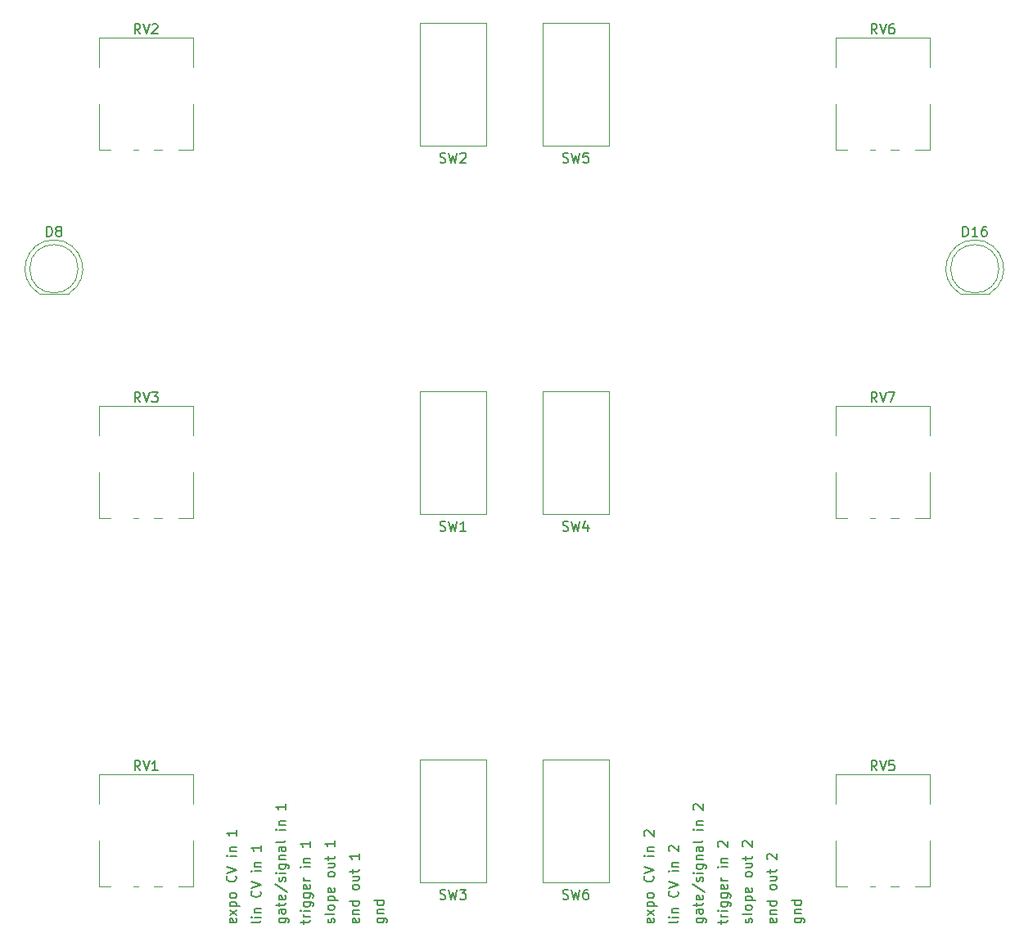
<source format=gbr>
G04 #@! TF.GenerationSoftware,KiCad,Pcbnew,5.1.6-c6e7f7d~86~ubuntu18.04.1*
G04 #@! TF.CreationDate,2020-06-20T10:00:21-04:00*
G04 #@! TF.ProjectId,slope_generators,736c6f70-655f-4676-956e-657261746f72,rev?*
G04 #@! TF.SameCoordinates,Original*
G04 #@! TF.FileFunction,Legend,Top*
G04 #@! TF.FilePolarity,Positive*
%FSLAX46Y46*%
G04 Gerber Fmt 4.6, Leading zero omitted, Abs format (unit mm)*
G04 Created by KiCad (PCBNEW 5.1.6-c6e7f7d~86~ubuntu18.04.1) date 2020-06-20 10:00:21*
%MOMM*%
%LPD*%
G01*
G04 APERTURE LIST*
%ADD10C,0.150000*%
%ADD11C,0.120000*%
G04 APERTURE END LIST*
D10*
X180125714Y-144650833D02*
X180935238Y-144650833D01*
X181030476Y-144698452D01*
X181078095Y-144746071D01*
X181125714Y-144841309D01*
X181125714Y-144984166D01*
X181078095Y-145079404D01*
X180744761Y-144650833D02*
X180792380Y-144746071D01*
X180792380Y-144936547D01*
X180744761Y-145031785D01*
X180697142Y-145079404D01*
X180601904Y-145127023D01*
X180316190Y-145127023D01*
X180220952Y-145079404D01*
X180173333Y-145031785D01*
X180125714Y-144936547D01*
X180125714Y-144746071D01*
X180173333Y-144650833D01*
X180125714Y-144174642D02*
X180792380Y-144174642D01*
X180220952Y-144174642D02*
X180173333Y-144127023D01*
X180125714Y-144031785D01*
X180125714Y-143888928D01*
X180173333Y-143793690D01*
X180268571Y-143746071D01*
X180792380Y-143746071D01*
X180792380Y-142841309D02*
X179792380Y-142841309D01*
X180744761Y-142841309D02*
X180792380Y-142936547D01*
X180792380Y-143127023D01*
X180744761Y-143222261D01*
X180697142Y-143269880D01*
X180601904Y-143317500D01*
X180316190Y-143317500D01*
X180220952Y-143269880D01*
X180173333Y-143222261D01*
X180125714Y-143127023D01*
X180125714Y-142936547D01*
X180173333Y-142841309D01*
X178204761Y-144698452D02*
X178252380Y-144793690D01*
X178252380Y-144984166D01*
X178204761Y-145079404D01*
X178109523Y-145127023D01*
X177728571Y-145127023D01*
X177633333Y-145079404D01*
X177585714Y-144984166D01*
X177585714Y-144793690D01*
X177633333Y-144698452D01*
X177728571Y-144650833D01*
X177823809Y-144650833D01*
X177919047Y-145127023D01*
X177585714Y-144222261D02*
X178252380Y-144222261D01*
X177680952Y-144222261D02*
X177633333Y-144174642D01*
X177585714Y-144079404D01*
X177585714Y-143936547D01*
X177633333Y-143841309D01*
X177728571Y-143793690D01*
X178252380Y-143793690D01*
X178252380Y-142888928D02*
X177252380Y-142888928D01*
X178204761Y-142888928D02*
X178252380Y-142984166D01*
X178252380Y-143174642D01*
X178204761Y-143269880D01*
X178157142Y-143317500D01*
X178061904Y-143365119D01*
X177776190Y-143365119D01*
X177680952Y-143317500D01*
X177633333Y-143269880D01*
X177585714Y-143174642D01*
X177585714Y-142984166D01*
X177633333Y-142888928D01*
X178252380Y-141507976D02*
X178204761Y-141603214D01*
X178157142Y-141650833D01*
X178061904Y-141698452D01*
X177776190Y-141698452D01*
X177680952Y-141650833D01*
X177633333Y-141603214D01*
X177585714Y-141507976D01*
X177585714Y-141365119D01*
X177633333Y-141269880D01*
X177680952Y-141222261D01*
X177776190Y-141174642D01*
X178061904Y-141174642D01*
X178157142Y-141222261D01*
X178204761Y-141269880D01*
X178252380Y-141365119D01*
X178252380Y-141507976D01*
X177585714Y-140317500D02*
X178252380Y-140317500D01*
X177585714Y-140746071D02*
X178109523Y-140746071D01*
X178204761Y-140698452D01*
X178252380Y-140603214D01*
X178252380Y-140460357D01*
X178204761Y-140365119D01*
X178157142Y-140317500D01*
X177585714Y-139984166D02*
X177585714Y-139603214D01*
X177252380Y-139841309D02*
X178109523Y-139841309D01*
X178204761Y-139793690D01*
X178252380Y-139698452D01*
X178252380Y-139603214D01*
X177347619Y-138555595D02*
X177300000Y-138507976D01*
X177252380Y-138412738D01*
X177252380Y-138174642D01*
X177300000Y-138079404D01*
X177347619Y-138031785D01*
X177442857Y-137984166D01*
X177538095Y-137984166D01*
X177680952Y-138031785D01*
X178252380Y-138603214D01*
X178252380Y-137984166D01*
X175664761Y-145127023D02*
X175712380Y-145031785D01*
X175712380Y-144841309D01*
X175664761Y-144746071D01*
X175569523Y-144698452D01*
X175521904Y-144698452D01*
X175426666Y-144746071D01*
X175379047Y-144841309D01*
X175379047Y-144984166D01*
X175331428Y-145079404D01*
X175236190Y-145127023D01*
X175188571Y-145127023D01*
X175093333Y-145079404D01*
X175045714Y-144984166D01*
X175045714Y-144841309D01*
X175093333Y-144746071D01*
X175712380Y-144127023D02*
X175664761Y-144222261D01*
X175569523Y-144269880D01*
X174712380Y-144269880D01*
X175712380Y-143603214D02*
X175664761Y-143698452D01*
X175617142Y-143746071D01*
X175521904Y-143793690D01*
X175236190Y-143793690D01*
X175140952Y-143746071D01*
X175093333Y-143698452D01*
X175045714Y-143603214D01*
X175045714Y-143460357D01*
X175093333Y-143365119D01*
X175140952Y-143317500D01*
X175236190Y-143269880D01*
X175521904Y-143269880D01*
X175617142Y-143317500D01*
X175664761Y-143365119D01*
X175712380Y-143460357D01*
X175712380Y-143603214D01*
X175045714Y-142841309D02*
X176045714Y-142841309D01*
X175093333Y-142841309D02*
X175045714Y-142746071D01*
X175045714Y-142555595D01*
X175093333Y-142460357D01*
X175140952Y-142412738D01*
X175236190Y-142365119D01*
X175521904Y-142365119D01*
X175617142Y-142412738D01*
X175664761Y-142460357D01*
X175712380Y-142555595D01*
X175712380Y-142746071D01*
X175664761Y-142841309D01*
X175664761Y-141555595D02*
X175712380Y-141650833D01*
X175712380Y-141841309D01*
X175664761Y-141936547D01*
X175569523Y-141984166D01*
X175188571Y-141984166D01*
X175093333Y-141936547D01*
X175045714Y-141841309D01*
X175045714Y-141650833D01*
X175093333Y-141555595D01*
X175188571Y-141507976D01*
X175283809Y-141507976D01*
X175379047Y-141984166D01*
X175712380Y-140174642D02*
X175664761Y-140269880D01*
X175617142Y-140317500D01*
X175521904Y-140365119D01*
X175236190Y-140365119D01*
X175140952Y-140317500D01*
X175093333Y-140269880D01*
X175045714Y-140174642D01*
X175045714Y-140031785D01*
X175093333Y-139936547D01*
X175140952Y-139888928D01*
X175236190Y-139841309D01*
X175521904Y-139841309D01*
X175617142Y-139888928D01*
X175664761Y-139936547D01*
X175712380Y-140031785D01*
X175712380Y-140174642D01*
X175045714Y-138984166D02*
X175712380Y-138984166D01*
X175045714Y-139412738D02*
X175569523Y-139412738D01*
X175664761Y-139365119D01*
X175712380Y-139269880D01*
X175712380Y-139127023D01*
X175664761Y-139031785D01*
X175617142Y-138984166D01*
X175045714Y-138650833D02*
X175045714Y-138269880D01*
X174712380Y-138507976D02*
X175569523Y-138507976D01*
X175664761Y-138460357D01*
X175712380Y-138365119D01*
X175712380Y-138269880D01*
X174807619Y-137222261D02*
X174760000Y-137174642D01*
X174712380Y-137079404D01*
X174712380Y-136841309D01*
X174760000Y-136746071D01*
X174807619Y-136698452D01*
X174902857Y-136650833D01*
X174998095Y-136650833D01*
X175140952Y-136698452D01*
X175712380Y-137269880D01*
X175712380Y-136650833D01*
X172505714Y-145222261D02*
X172505714Y-144841309D01*
X172172380Y-145079404D02*
X173029523Y-145079404D01*
X173124761Y-145031785D01*
X173172380Y-144936547D01*
X173172380Y-144841309D01*
X173172380Y-144507976D02*
X172505714Y-144507976D01*
X172696190Y-144507976D02*
X172600952Y-144460357D01*
X172553333Y-144412738D01*
X172505714Y-144317500D01*
X172505714Y-144222261D01*
X173172380Y-143888928D02*
X172505714Y-143888928D01*
X172172380Y-143888928D02*
X172220000Y-143936547D01*
X172267619Y-143888928D01*
X172220000Y-143841309D01*
X172172380Y-143888928D01*
X172267619Y-143888928D01*
X172505714Y-142984166D02*
X173315238Y-142984166D01*
X173410476Y-143031785D01*
X173458095Y-143079404D01*
X173505714Y-143174642D01*
X173505714Y-143317500D01*
X173458095Y-143412738D01*
X173124761Y-142984166D02*
X173172380Y-143079404D01*
X173172380Y-143269880D01*
X173124761Y-143365119D01*
X173077142Y-143412738D01*
X172981904Y-143460357D01*
X172696190Y-143460357D01*
X172600952Y-143412738D01*
X172553333Y-143365119D01*
X172505714Y-143269880D01*
X172505714Y-143079404D01*
X172553333Y-142984166D01*
X172505714Y-142079404D02*
X173315238Y-142079404D01*
X173410476Y-142127023D01*
X173458095Y-142174642D01*
X173505714Y-142269880D01*
X173505714Y-142412738D01*
X173458095Y-142507976D01*
X173124761Y-142079404D02*
X173172380Y-142174642D01*
X173172380Y-142365119D01*
X173124761Y-142460357D01*
X173077142Y-142507976D01*
X172981904Y-142555595D01*
X172696190Y-142555595D01*
X172600952Y-142507976D01*
X172553333Y-142460357D01*
X172505714Y-142365119D01*
X172505714Y-142174642D01*
X172553333Y-142079404D01*
X173124761Y-141222261D02*
X173172380Y-141317500D01*
X173172380Y-141507976D01*
X173124761Y-141603214D01*
X173029523Y-141650833D01*
X172648571Y-141650833D01*
X172553333Y-141603214D01*
X172505714Y-141507976D01*
X172505714Y-141317500D01*
X172553333Y-141222261D01*
X172648571Y-141174642D01*
X172743809Y-141174642D01*
X172839047Y-141650833D01*
X173172380Y-140746071D02*
X172505714Y-140746071D01*
X172696190Y-140746071D02*
X172600952Y-140698452D01*
X172553333Y-140650833D01*
X172505714Y-140555595D01*
X172505714Y-140460357D01*
X173172380Y-139365119D02*
X172505714Y-139365119D01*
X172172380Y-139365119D02*
X172220000Y-139412738D01*
X172267619Y-139365119D01*
X172220000Y-139317500D01*
X172172380Y-139365119D01*
X172267619Y-139365119D01*
X172505714Y-138888928D02*
X173172380Y-138888928D01*
X172600952Y-138888928D02*
X172553333Y-138841309D01*
X172505714Y-138746071D01*
X172505714Y-138603214D01*
X172553333Y-138507976D01*
X172648571Y-138460357D01*
X173172380Y-138460357D01*
X172267619Y-137269880D02*
X172220000Y-137222261D01*
X172172380Y-137127023D01*
X172172380Y-136888928D01*
X172220000Y-136793690D01*
X172267619Y-136746071D01*
X172362857Y-136698452D01*
X172458095Y-136698452D01*
X172600952Y-136746071D01*
X173172380Y-137317500D01*
X173172380Y-136698452D01*
X169965714Y-144650833D02*
X170775238Y-144650833D01*
X170870476Y-144698452D01*
X170918095Y-144746071D01*
X170965714Y-144841309D01*
X170965714Y-144984166D01*
X170918095Y-145079404D01*
X170584761Y-144650833D02*
X170632380Y-144746071D01*
X170632380Y-144936547D01*
X170584761Y-145031785D01*
X170537142Y-145079404D01*
X170441904Y-145127023D01*
X170156190Y-145127023D01*
X170060952Y-145079404D01*
X170013333Y-145031785D01*
X169965714Y-144936547D01*
X169965714Y-144746071D01*
X170013333Y-144650833D01*
X170632380Y-143746071D02*
X170108571Y-143746071D01*
X170013333Y-143793690D01*
X169965714Y-143888928D01*
X169965714Y-144079404D01*
X170013333Y-144174642D01*
X170584761Y-143746071D02*
X170632380Y-143841309D01*
X170632380Y-144079404D01*
X170584761Y-144174642D01*
X170489523Y-144222261D01*
X170394285Y-144222261D01*
X170299047Y-144174642D01*
X170251428Y-144079404D01*
X170251428Y-143841309D01*
X170203809Y-143746071D01*
X169965714Y-143412738D02*
X169965714Y-143031785D01*
X169632380Y-143269880D02*
X170489523Y-143269880D01*
X170584761Y-143222261D01*
X170632380Y-143127023D01*
X170632380Y-143031785D01*
X170584761Y-142317500D02*
X170632380Y-142412738D01*
X170632380Y-142603214D01*
X170584761Y-142698452D01*
X170489523Y-142746071D01*
X170108571Y-142746071D01*
X170013333Y-142698452D01*
X169965714Y-142603214D01*
X169965714Y-142412738D01*
X170013333Y-142317500D01*
X170108571Y-142269880D01*
X170203809Y-142269880D01*
X170299047Y-142746071D01*
X169584761Y-141127023D02*
X170870476Y-141984166D01*
X170584761Y-140841309D02*
X170632380Y-140746071D01*
X170632380Y-140555595D01*
X170584761Y-140460357D01*
X170489523Y-140412738D01*
X170441904Y-140412738D01*
X170346666Y-140460357D01*
X170299047Y-140555595D01*
X170299047Y-140698452D01*
X170251428Y-140793690D01*
X170156190Y-140841309D01*
X170108571Y-140841309D01*
X170013333Y-140793690D01*
X169965714Y-140698452D01*
X169965714Y-140555595D01*
X170013333Y-140460357D01*
X170632380Y-139984166D02*
X169965714Y-139984166D01*
X169632380Y-139984166D02*
X169680000Y-140031785D01*
X169727619Y-139984166D01*
X169680000Y-139936547D01*
X169632380Y-139984166D01*
X169727619Y-139984166D01*
X169965714Y-139079404D02*
X170775238Y-139079404D01*
X170870476Y-139127023D01*
X170918095Y-139174642D01*
X170965714Y-139269880D01*
X170965714Y-139412738D01*
X170918095Y-139507976D01*
X170584761Y-139079404D02*
X170632380Y-139174642D01*
X170632380Y-139365119D01*
X170584761Y-139460357D01*
X170537142Y-139507976D01*
X170441904Y-139555595D01*
X170156190Y-139555595D01*
X170060952Y-139507976D01*
X170013333Y-139460357D01*
X169965714Y-139365119D01*
X169965714Y-139174642D01*
X170013333Y-139079404D01*
X169965714Y-138603214D02*
X170632380Y-138603214D01*
X170060952Y-138603214D02*
X170013333Y-138555595D01*
X169965714Y-138460357D01*
X169965714Y-138317500D01*
X170013333Y-138222261D01*
X170108571Y-138174642D01*
X170632380Y-138174642D01*
X170632380Y-137269880D02*
X170108571Y-137269880D01*
X170013333Y-137317500D01*
X169965714Y-137412738D01*
X169965714Y-137603214D01*
X170013333Y-137698452D01*
X170584761Y-137269880D02*
X170632380Y-137365119D01*
X170632380Y-137603214D01*
X170584761Y-137698452D01*
X170489523Y-137746071D01*
X170394285Y-137746071D01*
X170299047Y-137698452D01*
X170251428Y-137603214D01*
X170251428Y-137365119D01*
X170203809Y-137269880D01*
X170632380Y-136650833D02*
X170584761Y-136746071D01*
X170489523Y-136793690D01*
X169632380Y-136793690D01*
X170632380Y-135507976D02*
X169965714Y-135507976D01*
X169632380Y-135507976D02*
X169680000Y-135555595D01*
X169727619Y-135507976D01*
X169680000Y-135460357D01*
X169632380Y-135507976D01*
X169727619Y-135507976D01*
X169965714Y-135031785D02*
X170632380Y-135031785D01*
X170060952Y-135031785D02*
X170013333Y-134984166D01*
X169965714Y-134888928D01*
X169965714Y-134746071D01*
X170013333Y-134650833D01*
X170108571Y-134603214D01*
X170632380Y-134603214D01*
X169727619Y-133412738D02*
X169680000Y-133365119D01*
X169632380Y-133269880D01*
X169632380Y-133031785D01*
X169680000Y-132936547D01*
X169727619Y-132888928D01*
X169822857Y-132841309D01*
X169918095Y-132841309D01*
X170060952Y-132888928D01*
X170632380Y-133460357D01*
X170632380Y-132841309D01*
X168092380Y-144936547D02*
X168044761Y-145031785D01*
X167949523Y-145079404D01*
X167092380Y-145079404D01*
X168092380Y-144555595D02*
X167425714Y-144555595D01*
X167092380Y-144555595D02*
X167140000Y-144603214D01*
X167187619Y-144555595D01*
X167140000Y-144507976D01*
X167092380Y-144555595D01*
X167187619Y-144555595D01*
X167425714Y-144079404D02*
X168092380Y-144079404D01*
X167520952Y-144079404D02*
X167473333Y-144031785D01*
X167425714Y-143936547D01*
X167425714Y-143793690D01*
X167473333Y-143698452D01*
X167568571Y-143650833D01*
X168092380Y-143650833D01*
X167997142Y-141841309D02*
X168044761Y-141888928D01*
X168092380Y-142031785D01*
X168092380Y-142127023D01*
X168044761Y-142269880D01*
X167949523Y-142365119D01*
X167854285Y-142412738D01*
X167663809Y-142460357D01*
X167520952Y-142460357D01*
X167330476Y-142412738D01*
X167235238Y-142365119D01*
X167140000Y-142269880D01*
X167092380Y-142127023D01*
X167092380Y-142031785D01*
X167140000Y-141888928D01*
X167187619Y-141841309D01*
X167092380Y-141555595D02*
X168092380Y-141222261D01*
X167092380Y-140888928D01*
X168092380Y-139793690D02*
X167425714Y-139793690D01*
X167092380Y-139793690D02*
X167140000Y-139841309D01*
X167187619Y-139793690D01*
X167140000Y-139746071D01*
X167092380Y-139793690D01*
X167187619Y-139793690D01*
X167425714Y-139317500D02*
X168092380Y-139317500D01*
X167520952Y-139317500D02*
X167473333Y-139269880D01*
X167425714Y-139174642D01*
X167425714Y-139031785D01*
X167473333Y-138936547D01*
X167568571Y-138888928D01*
X168092380Y-138888928D01*
X167187619Y-137698452D02*
X167140000Y-137650833D01*
X167092380Y-137555595D01*
X167092380Y-137317500D01*
X167140000Y-137222261D01*
X167187619Y-137174642D01*
X167282857Y-137127023D01*
X167378095Y-137127023D01*
X167520952Y-137174642D01*
X168092380Y-137746071D01*
X168092380Y-137127023D01*
X165504761Y-144698452D02*
X165552380Y-144793690D01*
X165552380Y-144984166D01*
X165504761Y-145079404D01*
X165409523Y-145127023D01*
X165028571Y-145127023D01*
X164933333Y-145079404D01*
X164885714Y-144984166D01*
X164885714Y-144793690D01*
X164933333Y-144698452D01*
X165028571Y-144650833D01*
X165123809Y-144650833D01*
X165219047Y-145127023D01*
X165552380Y-144317500D02*
X164885714Y-143793690D01*
X164885714Y-144317500D02*
X165552380Y-143793690D01*
X164885714Y-143412738D02*
X165885714Y-143412738D01*
X164933333Y-143412738D02*
X164885714Y-143317500D01*
X164885714Y-143127023D01*
X164933333Y-143031785D01*
X164980952Y-142984166D01*
X165076190Y-142936547D01*
X165361904Y-142936547D01*
X165457142Y-142984166D01*
X165504761Y-143031785D01*
X165552380Y-143127023D01*
X165552380Y-143317500D01*
X165504761Y-143412738D01*
X165552380Y-142365119D02*
X165504761Y-142460357D01*
X165457142Y-142507976D01*
X165361904Y-142555595D01*
X165076190Y-142555595D01*
X164980952Y-142507976D01*
X164933333Y-142460357D01*
X164885714Y-142365119D01*
X164885714Y-142222261D01*
X164933333Y-142127023D01*
X164980952Y-142079404D01*
X165076190Y-142031785D01*
X165361904Y-142031785D01*
X165457142Y-142079404D01*
X165504761Y-142127023D01*
X165552380Y-142222261D01*
X165552380Y-142365119D01*
X165457142Y-140269880D02*
X165504761Y-140317500D01*
X165552380Y-140460357D01*
X165552380Y-140555595D01*
X165504761Y-140698452D01*
X165409523Y-140793690D01*
X165314285Y-140841309D01*
X165123809Y-140888928D01*
X164980952Y-140888928D01*
X164790476Y-140841309D01*
X164695238Y-140793690D01*
X164600000Y-140698452D01*
X164552380Y-140555595D01*
X164552380Y-140460357D01*
X164600000Y-140317500D01*
X164647619Y-140269880D01*
X164552380Y-139984166D02*
X165552380Y-139650833D01*
X164552380Y-139317500D01*
X165552380Y-138222261D02*
X164885714Y-138222261D01*
X164552380Y-138222261D02*
X164600000Y-138269880D01*
X164647619Y-138222261D01*
X164600000Y-138174642D01*
X164552380Y-138222261D01*
X164647619Y-138222261D01*
X164885714Y-137746071D02*
X165552380Y-137746071D01*
X164980952Y-137746071D02*
X164933333Y-137698452D01*
X164885714Y-137603214D01*
X164885714Y-137460357D01*
X164933333Y-137365119D01*
X165028571Y-137317500D01*
X165552380Y-137317500D01*
X164647619Y-136127023D02*
X164600000Y-136079404D01*
X164552380Y-135984166D01*
X164552380Y-135746071D01*
X164600000Y-135650833D01*
X164647619Y-135603214D01*
X164742857Y-135555595D01*
X164838095Y-135555595D01*
X164980952Y-135603214D01*
X165552380Y-136174642D01*
X165552380Y-135555595D01*
X136945714Y-144650833D02*
X137755238Y-144650833D01*
X137850476Y-144698452D01*
X137898095Y-144746071D01*
X137945714Y-144841309D01*
X137945714Y-144984166D01*
X137898095Y-145079404D01*
X137564761Y-144650833D02*
X137612380Y-144746071D01*
X137612380Y-144936547D01*
X137564761Y-145031785D01*
X137517142Y-145079404D01*
X137421904Y-145127023D01*
X137136190Y-145127023D01*
X137040952Y-145079404D01*
X136993333Y-145031785D01*
X136945714Y-144936547D01*
X136945714Y-144746071D01*
X136993333Y-144650833D01*
X136945714Y-144174642D02*
X137612380Y-144174642D01*
X137040952Y-144174642D02*
X136993333Y-144127023D01*
X136945714Y-144031785D01*
X136945714Y-143888928D01*
X136993333Y-143793690D01*
X137088571Y-143746071D01*
X137612380Y-143746071D01*
X137612380Y-142841309D02*
X136612380Y-142841309D01*
X137564761Y-142841309D02*
X137612380Y-142936547D01*
X137612380Y-143127023D01*
X137564761Y-143222261D01*
X137517142Y-143269880D01*
X137421904Y-143317500D01*
X137136190Y-143317500D01*
X137040952Y-143269880D01*
X136993333Y-143222261D01*
X136945714Y-143127023D01*
X136945714Y-142936547D01*
X136993333Y-142841309D01*
X135024761Y-144698452D02*
X135072380Y-144793690D01*
X135072380Y-144984166D01*
X135024761Y-145079404D01*
X134929523Y-145127023D01*
X134548571Y-145127023D01*
X134453333Y-145079404D01*
X134405714Y-144984166D01*
X134405714Y-144793690D01*
X134453333Y-144698452D01*
X134548571Y-144650833D01*
X134643809Y-144650833D01*
X134739047Y-145127023D01*
X134405714Y-144222261D02*
X135072380Y-144222261D01*
X134500952Y-144222261D02*
X134453333Y-144174642D01*
X134405714Y-144079404D01*
X134405714Y-143936547D01*
X134453333Y-143841309D01*
X134548571Y-143793690D01*
X135072380Y-143793690D01*
X135072380Y-142888928D02*
X134072380Y-142888928D01*
X135024761Y-142888928D02*
X135072380Y-142984166D01*
X135072380Y-143174642D01*
X135024761Y-143269880D01*
X134977142Y-143317500D01*
X134881904Y-143365119D01*
X134596190Y-143365119D01*
X134500952Y-143317500D01*
X134453333Y-143269880D01*
X134405714Y-143174642D01*
X134405714Y-142984166D01*
X134453333Y-142888928D01*
X135072380Y-141507976D02*
X135024761Y-141603214D01*
X134977142Y-141650833D01*
X134881904Y-141698452D01*
X134596190Y-141698452D01*
X134500952Y-141650833D01*
X134453333Y-141603214D01*
X134405714Y-141507976D01*
X134405714Y-141365119D01*
X134453333Y-141269880D01*
X134500952Y-141222261D01*
X134596190Y-141174642D01*
X134881904Y-141174642D01*
X134977142Y-141222261D01*
X135024761Y-141269880D01*
X135072380Y-141365119D01*
X135072380Y-141507976D01*
X134405714Y-140317500D02*
X135072380Y-140317500D01*
X134405714Y-140746071D02*
X134929523Y-140746071D01*
X135024761Y-140698452D01*
X135072380Y-140603214D01*
X135072380Y-140460357D01*
X135024761Y-140365119D01*
X134977142Y-140317500D01*
X134405714Y-139984166D02*
X134405714Y-139603214D01*
X134072380Y-139841309D02*
X134929523Y-139841309D01*
X135024761Y-139793690D01*
X135072380Y-139698452D01*
X135072380Y-139603214D01*
X135072380Y-137984166D02*
X135072380Y-138555595D01*
X135072380Y-138269880D02*
X134072380Y-138269880D01*
X134215238Y-138365119D01*
X134310476Y-138460357D01*
X134358095Y-138555595D01*
X132484761Y-145127023D02*
X132532380Y-145031785D01*
X132532380Y-144841309D01*
X132484761Y-144746071D01*
X132389523Y-144698452D01*
X132341904Y-144698452D01*
X132246666Y-144746071D01*
X132199047Y-144841309D01*
X132199047Y-144984166D01*
X132151428Y-145079404D01*
X132056190Y-145127023D01*
X132008571Y-145127023D01*
X131913333Y-145079404D01*
X131865714Y-144984166D01*
X131865714Y-144841309D01*
X131913333Y-144746071D01*
X132532380Y-144127023D02*
X132484761Y-144222261D01*
X132389523Y-144269880D01*
X131532380Y-144269880D01*
X132532380Y-143603214D02*
X132484761Y-143698452D01*
X132437142Y-143746071D01*
X132341904Y-143793690D01*
X132056190Y-143793690D01*
X131960952Y-143746071D01*
X131913333Y-143698452D01*
X131865714Y-143603214D01*
X131865714Y-143460357D01*
X131913333Y-143365119D01*
X131960952Y-143317500D01*
X132056190Y-143269880D01*
X132341904Y-143269880D01*
X132437142Y-143317500D01*
X132484761Y-143365119D01*
X132532380Y-143460357D01*
X132532380Y-143603214D01*
X131865714Y-142841309D02*
X132865714Y-142841309D01*
X131913333Y-142841309D02*
X131865714Y-142746071D01*
X131865714Y-142555595D01*
X131913333Y-142460357D01*
X131960952Y-142412738D01*
X132056190Y-142365119D01*
X132341904Y-142365119D01*
X132437142Y-142412738D01*
X132484761Y-142460357D01*
X132532380Y-142555595D01*
X132532380Y-142746071D01*
X132484761Y-142841309D01*
X132484761Y-141555595D02*
X132532380Y-141650833D01*
X132532380Y-141841309D01*
X132484761Y-141936547D01*
X132389523Y-141984166D01*
X132008571Y-141984166D01*
X131913333Y-141936547D01*
X131865714Y-141841309D01*
X131865714Y-141650833D01*
X131913333Y-141555595D01*
X132008571Y-141507976D01*
X132103809Y-141507976D01*
X132199047Y-141984166D01*
X132532380Y-140174642D02*
X132484761Y-140269880D01*
X132437142Y-140317500D01*
X132341904Y-140365119D01*
X132056190Y-140365119D01*
X131960952Y-140317500D01*
X131913333Y-140269880D01*
X131865714Y-140174642D01*
X131865714Y-140031785D01*
X131913333Y-139936547D01*
X131960952Y-139888928D01*
X132056190Y-139841309D01*
X132341904Y-139841309D01*
X132437142Y-139888928D01*
X132484761Y-139936547D01*
X132532380Y-140031785D01*
X132532380Y-140174642D01*
X131865714Y-138984166D02*
X132532380Y-138984166D01*
X131865714Y-139412738D02*
X132389523Y-139412738D01*
X132484761Y-139365119D01*
X132532380Y-139269880D01*
X132532380Y-139127023D01*
X132484761Y-139031785D01*
X132437142Y-138984166D01*
X131865714Y-138650833D02*
X131865714Y-138269880D01*
X131532380Y-138507976D02*
X132389523Y-138507976D01*
X132484761Y-138460357D01*
X132532380Y-138365119D01*
X132532380Y-138269880D01*
X132532380Y-136650833D02*
X132532380Y-137222261D01*
X132532380Y-136936547D02*
X131532380Y-136936547D01*
X131675238Y-137031785D01*
X131770476Y-137127023D01*
X131818095Y-137222261D01*
X129325714Y-145222261D02*
X129325714Y-144841309D01*
X128992380Y-145079404D02*
X129849523Y-145079404D01*
X129944761Y-145031785D01*
X129992380Y-144936547D01*
X129992380Y-144841309D01*
X129992380Y-144507976D02*
X129325714Y-144507976D01*
X129516190Y-144507976D02*
X129420952Y-144460357D01*
X129373333Y-144412738D01*
X129325714Y-144317500D01*
X129325714Y-144222261D01*
X129992380Y-143888928D02*
X129325714Y-143888928D01*
X128992380Y-143888928D02*
X129040000Y-143936547D01*
X129087619Y-143888928D01*
X129040000Y-143841309D01*
X128992380Y-143888928D01*
X129087619Y-143888928D01*
X129325714Y-142984166D02*
X130135238Y-142984166D01*
X130230476Y-143031785D01*
X130278095Y-143079404D01*
X130325714Y-143174642D01*
X130325714Y-143317500D01*
X130278095Y-143412738D01*
X129944761Y-142984166D02*
X129992380Y-143079404D01*
X129992380Y-143269880D01*
X129944761Y-143365119D01*
X129897142Y-143412738D01*
X129801904Y-143460357D01*
X129516190Y-143460357D01*
X129420952Y-143412738D01*
X129373333Y-143365119D01*
X129325714Y-143269880D01*
X129325714Y-143079404D01*
X129373333Y-142984166D01*
X129325714Y-142079404D02*
X130135238Y-142079404D01*
X130230476Y-142127023D01*
X130278095Y-142174642D01*
X130325714Y-142269880D01*
X130325714Y-142412738D01*
X130278095Y-142507976D01*
X129944761Y-142079404D02*
X129992380Y-142174642D01*
X129992380Y-142365119D01*
X129944761Y-142460357D01*
X129897142Y-142507976D01*
X129801904Y-142555595D01*
X129516190Y-142555595D01*
X129420952Y-142507976D01*
X129373333Y-142460357D01*
X129325714Y-142365119D01*
X129325714Y-142174642D01*
X129373333Y-142079404D01*
X129944761Y-141222261D02*
X129992380Y-141317500D01*
X129992380Y-141507976D01*
X129944761Y-141603214D01*
X129849523Y-141650833D01*
X129468571Y-141650833D01*
X129373333Y-141603214D01*
X129325714Y-141507976D01*
X129325714Y-141317500D01*
X129373333Y-141222261D01*
X129468571Y-141174642D01*
X129563809Y-141174642D01*
X129659047Y-141650833D01*
X129992380Y-140746071D02*
X129325714Y-140746071D01*
X129516190Y-140746071D02*
X129420952Y-140698452D01*
X129373333Y-140650833D01*
X129325714Y-140555595D01*
X129325714Y-140460357D01*
X129992380Y-139365119D02*
X129325714Y-139365119D01*
X128992380Y-139365119D02*
X129040000Y-139412738D01*
X129087619Y-139365119D01*
X129040000Y-139317500D01*
X128992380Y-139365119D01*
X129087619Y-139365119D01*
X129325714Y-138888928D02*
X129992380Y-138888928D01*
X129420952Y-138888928D02*
X129373333Y-138841309D01*
X129325714Y-138746071D01*
X129325714Y-138603214D01*
X129373333Y-138507976D01*
X129468571Y-138460357D01*
X129992380Y-138460357D01*
X129992380Y-136698452D02*
X129992380Y-137269880D01*
X129992380Y-136984166D02*
X128992380Y-136984166D01*
X129135238Y-137079404D01*
X129230476Y-137174642D01*
X129278095Y-137269880D01*
X126785714Y-144650833D02*
X127595238Y-144650833D01*
X127690476Y-144698452D01*
X127738095Y-144746071D01*
X127785714Y-144841309D01*
X127785714Y-144984166D01*
X127738095Y-145079404D01*
X127404761Y-144650833D02*
X127452380Y-144746071D01*
X127452380Y-144936547D01*
X127404761Y-145031785D01*
X127357142Y-145079404D01*
X127261904Y-145127023D01*
X126976190Y-145127023D01*
X126880952Y-145079404D01*
X126833333Y-145031785D01*
X126785714Y-144936547D01*
X126785714Y-144746071D01*
X126833333Y-144650833D01*
X127452380Y-143746071D02*
X126928571Y-143746071D01*
X126833333Y-143793690D01*
X126785714Y-143888928D01*
X126785714Y-144079404D01*
X126833333Y-144174642D01*
X127404761Y-143746071D02*
X127452380Y-143841309D01*
X127452380Y-144079404D01*
X127404761Y-144174642D01*
X127309523Y-144222261D01*
X127214285Y-144222261D01*
X127119047Y-144174642D01*
X127071428Y-144079404D01*
X127071428Y-143841309D01*
X127023809Y-143746071D01*
X126785714Y-143412738D02*
X126785714Y-143031785D01*
X126452380Y-143269880D02*
X127309523Y-143269880D01*
X127404761Y-143222261D01*
X127452380Y-143127023D01*
X127452380Y-143031785D01*
X127404761Y-142317500D02*
X127452380Y-142412738D01*
X127452380Y-142603214D01*
X127404761Y-142698452D01*
X127309523Y-142746071D01*
X126928571Y-142746071D01*
X126833333Y-142698452D01*
X126785714Y-142603214D01*
X126785714Y-142412738D01*
X126833333Y-142317500D01*
X126928571Y-142269880D01*
X127023809Y-142269880D01*
X127119047Y-142746071D01*
X126404761Y-141127023D02*
X127690476Y-141984166D01*
X127404761Y-140841309D02*
X127452380Y-140746071D01*
X127452380Y-140555595D01*
X127404761Y-140460357D01*
X127309523Y-140412738D01*
X127261904Y-140412738D01*
X127166666Y-140460357D01*
X127119047Y-140555595D01*
X127119047Y-140698452D01*
X127071428Y-140793690D01*
X126976190Y-140841309D01*
X126928571Y-140841309D01*
X126833333Y-140793690D01*
X126785714Y-140698452D01*
X126785714Y-140555595D01*
X126833333Y-140460357D01*
X127452380Y-139984166D02*
X126785714Y-139984166D01*
X126452380Y-139984166D02*
X126500000Y-140031785D01*
X126547619Y-139984166D01*
X126500000Y-139936547D01*
X126452380Y-139984166D01*
X126547619Y-139984166D01*
X126785714Y-139079404D02*
X127595238Y-139079404D01*
X127690476Y-139127023D01*
X127738095Y-139174642D01*
X127785714Y-139269880D01*
X127785714Y-139412738D01*
X127738095Y-139507976D01*
X127404761Y-139079404D02*
X127452380Y-139174642D01*
X127452380Y-139365119D01*
X127404761Y-139460357D01*
X127357142Y-139507976D01*
X127261904Y-139555595D01*
X126976190Y-139555595D01*
X126880952Y-139507976D01*
X126833333Y-139460357D01*
X126785714Y-139365119D01*
X126785714Y-139174642D01*
X126833333Y-139079404D01*
X126785714Y-138603214D02*
X127452380Y-138603214D01*
X126880952Y-138603214D02*
X126833333Y-138555595D01*
X126785714Y-138460357D01*
X126785714Y-138317500D01*
X126833333Y-138222261D01*
X126928571Y-138174642D01*
X127452380Y-138174642D01*
X127452380Y-137269880D02*
X126928571Y-137269880D01*
X126833333Y-137317500D01*
X126785714Y-137412738D01*
X126785714Y-137603214D01*
X126833333Y-137698452D01*
X127404761Y-137269880D02*
X127452380Y-137365119D01*
X127452380Y-137603214D01*
X127404761Y-137698452D01*
X127309523Y-137746071D01*
X127214285Y-137746071D01*
X127119047Y-137698452D01*
X127071428Y-137603214D01*
X127071428Y-137365119D01*
X127023809Y-137269880D01*
X127452380Y-136650833D02*
X127404761Y-136746071D01*
X127309523Y-136793690D01*
X126452380Y-136793690D01*
X127452380Y-135507976D02*
X126785714Y-135507976D01*
X126452380Y-135507976D02*
X126500000Y-135555595D01*
X126547619Y-135507976D01*
X126500000Y-135460357D01*
X126452380Y-135507976D01*
X126547619Y-135507976D01*
X126785714Y-135031785D02*
X127452380Y-135031785D01*
X126880952Y-135031785D02*
X126833333Y-134984166D01*
X126785714Y-134888928D01*
X126785714Y-134746071D01*
X126833333Y-134650833D01*
X126928571Y-134603214D01*
X127452380Y-134603214D01*
X127452380Y-132841309D02*
X127452380Y-133412738D01*
X127452380Y-133127023D02*
X126452380Y-133127023D01*
X126595238Y-133222261D01*
X126690476Y-133317500D01*
X126738095Y-133412738D01*
X124912380Y-144936547D02*
X124864761Y-145031785D01*
X124769523Y-145079404D01*
X123912380Y-145079404D01*
X124912380Y-144555595D02*
X124245714Y-144555595D01*
X123912380Y-144555595D02*
X123960000Y-144603214D01*
X124007619Y-144555595D01*
X123960000Y-144507976D01*
X123912380Y-144555595D01*
X124007619Y-144555595D01*
X124245714Y-144079404D02*
X124912380Y-144079404D01*
X124340952Y-144079404D02*
X124293333Y-144031785D01*
X124245714Y-143936547D01*
X124245714Y-143793690D01*
X124293333Y-143698452D01*
X124388571Y-143650833D01*
X124912380Y-143650833D01*
X124817142Y-141841309D02*
X124864761Y-141888928D01*
X124912380Y-142031785D01*
X124912380Y-142127023D01*
X124864761Y-142269880D01*
X124769523Y-142365119D01*
X124674285Y-142412738D01*
X124483809Y-142460357D01*
X124340952Y-142460357D01*
X124150476Y-142412738D01*
X124055238Y-142365119D01*
X123960000Y-142269880D01*
X123912380Y-142127023D01*
X123912380Y-142031785D01*
X123960000Y-141888928D01*
X124007619Y-141841309D01*
X123912380Y-141555595D02*
X124912380Y-141222261D01*
X123912380Y-140888928D01*
X124912380Y-139793690D02*
X124245714Y-139793690D01*
X123912380Y-139793690D02*
X123960000Y-139841309D01*
X124007619Y-139793690D01*
X123960000Y-139746071D01*
X123912380Y-139793690D01*
X124007619Y-139793690D01*
X124245714Y-139317500D02*
X124912380Y-139317500D01*
X124340952Y-139317500D02*
X124293333Y-139269880D01*
X124245714Y-139174642D01*
X124245714Y-139031785D01*
X124293333Y-138936547D01*
X124388571Y-138888928D01*
X124912380Y-138888928D01*
X124912380Y-137127023D02*
X124912380Y-137698452D01*
X124912380Y-137412738D02*
X123912380Y-137412738D01*
X124055238Y-137507976D01*
X124150476Y-137603214D01*
X124198095Y-137698452D01*
X122324761Y-144698452D02*
X122372380Y-144793690D01*
X122372380Y-144984166D01*
X122324761Y-145079404D01*
X122229523Y-145127023D01*
X121848571Y-145127023D01*
X121753333Y-145079404D01*
X121705714Y-144984166D01*
X121705714Y-144793690D01*
X121753333Y-144698452D01*
X121848571Y-144650833D01*
X121943809Y-144650833D01*
X122039047Y-145127023D01*
X122372380Y-144317500D02*
X121705714Y-143793690D01*
X121705714Y-144317500D02*
X122372380Y-143793690D01*
X121705714Y-143412738D02*
X122705714Y-143412738D01*
X121753333Y-143412738D02*
X121705714Y-143317500D01*
X121705714Y-143127023D01*
X121753333Y-143031785D01*
X121800952Y-142984166D01*
X121896190Y-142936547D01*
X122181904Y-142936547D01*
X122277142Y-142984166D01*
X122324761Y-143031785D01*
X122372380Y-143127023D01*
X122372380Y-143317500D01*
X122324761Y-143412738D01*
X122372380Y-142365119D02*
X122324761Y-142460357D01*
X122277142Y-142507976D01*
X122181904Y-142555595D01*
X121896190Y-142555595D01*
X121800952Y-142507976D01*
X121753333Y-142460357D01*
X121705714Y-142365119D01*
X121705714Y-142222261D01*
X121753333Y-142127023D01*
X121800952Y-142079404D01*
X121896190Y-142031785D01*
X122181904Y-142031785D01*
X122277142Y-142079404D01*
X122324761Y-142127023D01*
X122372380Y-142222261D01*
X122372380Y-142365119D01*
X122277142Y-140269880D02*
X122324761Y-140317500D01*
X122372380Y-140460357D01*
X122372380Y-140555595D01*
X122324761Y-140698452D01*
X122229523Y-140793690D01*
X122134285Y-140841309D01*
X121943809Y-140888928D01*
X121800952Y-140888928D01*
X121610476Y-140841309D01*
X121515238Y-140793690D01*
X121420000Y-140698452D01*
X121372380Y-140555595D01*
X121372380Y-140460357D01*
X121420000Y-140317500D01*
X121467619Y-140269880D01*
X121372380Y-139984166D02*
X122372380Y-139650833D01*
X121372380Y-139317500D01*
X122372380Y-138222261D02*
X121705714Y-138222261D01*
X121372380Y-138222261D02*
X121420000Y-138269880D01*
X121467619Y-138222261D01*
X121420000Y-138174642D01*
X121372380Y-138222261D01*
X121467619Y-138222261D01*
X121705714Y-137746071D02*
X122372380Y-137746071D01*
X121800952Y-137746071D02*
X121753333Y-137698452D01*
X121705714Y-137603214D01*
X121705714Y-137460357D01*
X121753333Y-137365119D01*
X121848571Y-137317500D01*
X122372380Y-137317500D01*
X122372380Y-135555595D02*
X122372380Y-136127023D01*
X122372380Y-135841309D02*
X121372380Y-135841309D01*
X121515238Y-135936547D01*
X121610476Y-136031785D01*
X121658095Y-136127023D01*
D11*
X197210000Y-80030000D02*
X200300000Y-80030000D01*
X201255000Y-77470000D02*
G75*
G03*
X201255000Y-77470000I-2500000J0D01*
G01*
X198754538Y-74480000D02*
G75*
G02*
X200299830Y-80030000I462J-2990000D01*
G01*
X198755462Y-74480000D02*
G75*
G03*
X197210170Y-80030000I-462J-2990000D01*
G01*
X101960000Y-80030000D02*
X105050000Y-80030000D01*
X106005000Y-77470000D02*
G75*
G03*
X106005000Y-77470000I-2500000J0D01*
G01*
X103504538Y-74480000D02*
G75*
G02*
X105049830Y-80030000I462J-2990000D01*
G01*
X103505462Y-74480000D02*
G75*
G03*
X101960170Y-80030000I-462J-2990000D01*
G01*
X154050000Y-128270000D02*
X154050000Y-140970000D01*
X154050000Y-140970000D02*
X160910000Y-140970000D01*
X160910000Y-128270000D02*
X160910000Y-140970000D01*
X154050000Y-128270000D02*
X160910000Y-128270000D01*
X154050000Y-52070000D02*
X154050000Y-64770000D01*
X154050000Y-64770000D02*
X160910000Y-64770000D01*
X160910000Y-52070000D02*
X160910000Y-64770000D01*
X154050000Y-52070000D02*
X160910000Y-52070000D01*
X154050000Y-90170000D02*
X154050000Y-102870000D01*
X154050000Y-102870000D02*
X160910000Y-102870000D01*
X160910000Y-90170000D02*
X160910000Y-102870000D01*
X154050000Y-90170000D02*
X160910000Y-90170000D01*
X141350000Y-128270000D02*
X141350000Y-140970000D01*
X141350000Y-140970000D02*
X148210000Y-140970000D01*
X148210000Y-128270000D02*
X148210000Y-140970000D01*
X141350000Y-128270000D02*
X148210000Y-128270000D01*
X141350000Y-52070000D02*
X141350000Y-64770000D01*
X141350000Y-64770000D02*
X148210000Y-64770000D01*
X148210000Y-52070000D02*
X148210000Y-64770000D01*
X141350000Y-52070000D02*
X148210000Y-52070000D01*
X141350000Y-90170000D02*
X141350000Y-102870000D01*
X141350000Y-102870000D02*
X148210000Y-102870000D01*
X148210000Y-90170000D02*
X148210000Y-102870000D01*
X141350000Y-90170000D02*
X148210000Y-90170000D01*
X190890000Y-103260000D02*
X190060000Y-103260000D01*
X188440000Y-103260000D02*
X187910000Y-103260000D01*
X185540000Y-103260000D02*
X184360000Y-103260000D01*
X194100000Y-103260000D02*
X194100000Y-98540000D01*
X184360000Y-94730000D02*
X184360000Y-91670000D01*
X184350000Y-103260000D02*
X184350000Y-98540000D01*
X194100000Y-94730000D02*
X194100000Y-91670000D01*
X194100000Y-103260000D02*
X192610000Y-103260000D01*
X194100000Y-91670000D02*
X184360000Y-91670000D01*
X190890000Y-65160000D02*
X190060000Y-65160000D01*
X188440000Y-65160000D02*
X187910000Y-65160000D01*
X185540000Y-65160000D02*
X184360000Y-65160000D01*
X194100000Y-65160000D02*
X194100000Y-60440000D01*
X184360000Y-56630000D02*
X184360000Y-53570000D01*
X184350000Y-65160000D02*
X184350000Y-60440000D01*
X194100000Y-56630000D02*
X194100000Y-53570000D01*
X194100000Y-65160000D02*
X192610000Y-65160000D01*
X194100000Y-53570000D02*
X184360000Y-53570000D01*
X190890000Y-141360000D02*
X190060000Y-141360000D01*
X188440000Y-141360000D02*
X187910000Y-141360000D01*
X185540000Y-141360000D02*
X184360000Y-141360000D01*
X194100000Y-141360000D02*
X194100000Y-136640000D01*
X184360000Y-132830000D02*
X184360000Y-129770000D01*
X184350000Y-141360000D02*
X184350000Y-136640000D01*
X194100000Y-132830000D02*
X194100000Y-129770000D01*
X194100000Y-141360000D02*
X192610000Y-141360000D01*
X194100000Y-129770000D02*
X184360000Y-129770000D01*
X114690000Y-103260000D02*
X113860000Y-103260000D01*
X112240000Y-103260000D02*
X111710000Y-103260000D01*
X109340000Y-103260000D02*
X108160000Y-103260000D01*
X117900000Y-103260000D02*
X117900000Y-98540000D01*
X108160000Y-94730000D02*
X108160000Y-91670000D01*
X108150000Y-103260000D02*
X108150000Y-98540000D01*
X117900000Y-94730000D02*
X117900000Y-91670000D01*
X117900000Y-103260000D02*
X116410000Y-103260000D01*
X117900000Y-91670000D02*
X108160000Y-91670000D01*
X114690000Y-65160000D02*
X113860000Y-65160000D01*
X112240000Y-65160000D02*
X111710000Y-65160000D01*
X109340000Y-65160000D02*
X108160000Y-65160000D01*
X117900000Y-65160000D02*
X117900000Y-60440000D01*
X108160000Y-56630000D02*
X108160000Y-53570000D01*
X108150000Y-65160000D02*
X108150000Y-60440000D01*
X117900000Y-56630000D02*
X117900000Y-53570000D01*
X117900000Y-65160000D02*
X116410000Y-65160000D01*
X117900000Y-53570000D02*
X108160000Y-53570000D01*
X114690000Y-141360000D02*
X113860000Y-141360000D01*
X112240000Y-141360000D02*
X111710000Y-141360000D01*
X109340000Y-141360000D02*
X108160000Y-141360000D01*
X117900000Y-141360000D02*
X117900000Y-136640000D01*
X108160000Y-132830000D02*
X108160000Y-129770000D01*
X108150000Y-141360000D02*
X108150000Y-136640000D01*
X117900000Y-132830000D02*
X117900000Y-129770000D01*
X117900000Y-141360000D02*
X116410000Y-141360000D01*
X117900000Y-129770000D02*
X108160000Y-129770000D01*
D10*
X197540714Y-74112380D02*
X197540714Y-73112380D01*
X197778809Y-73112380D01*
X197921666Y-73160000D01*
X198016904Y-73255238D01*
X198064523Y-73350476D01*
X198112142Y-73540952D01*
X198112142Y-73683809D01*
X198064523Y-73874285D01*
X198016904Y-73969523D01*
X197921666Y-74064761D01*
X197778809Y-74112380D01*
X197540714Y-74112380D01*
X199064523Y-74112380D02*
X198493095Y-74112380D01*
X198778809Y-74112380D02*
X198778809Y-73112380D01*
X198683571Y-73255238D01*
X198588333Y-73350476D01*
X198493095Y-73398095D01*
X199921666Y-73112380D02*
X199731190Y-73112380D01*
X199635952Y-73160000D01*
X199588333Y-73207619D01*
X199493095Y-73350476D01*
X199445476Y-73540952D01*
X199445476Y-73921904D01*
X199493095Y-74017142D01*
X199540714Y-74064761D01*
X199635952Y-74112380D01*
X199826428Y-74112380D01*
X199921666Y-74064761D01*
X199969285Y-74017142D01*
X200016904Y-73921904D01*
X200016904Y-73683809D01*
X199969285Y-73588571D01*
X199921666Y-73540952D01*
X199826428Y-73493333D01*
X199635952Y-73493333D01*
X199540714Y-73540952D01*
X199493095Y-73588571D01*
X199445476Y-73683809D01*
X102766904Y-74112380D02*
X102766904Y-73112380D01*
X103005000Y-73112380D01*
X103147857Y-73160000D01*
X103243095Y-73255238D01*
X103290714Y-73350476D01*
X103338333Y-73540952D01*
X103338333Y-73683809D01*
X103290714Y-73874285D01*
X103243095Y-73969523D01*
X103147857Y-74064761D01*
X103005000Y-74112380D01*
X102766904Y-74112380D01*
X103909761Y-73540952D02*
X103814523Y-73493333D01*
X103766904Y-73445714D01*
X103719285Y-73350476D01*
X103719285Y-73302857D01*
X103766904Y-73207619D01*
X103814523Y-73160000D01*
X103909761Y-73112380D01*
X104100238Y-73112380D01*
X104195476Y-73160000D01*
X104243095Y-73207619D01*
X104290714Y-73302857D01*
X104290714Y-73350476D01*
X104243095Y-73445714D01*
X104195476Y-73493333D01*
X104100238Y-73540952D01*
X103909761Y-73540952D01*
X103814523Y-73588571D01*
X103766904Y-73636190D01*
X103719285Y-73731428D01*
X103719285Y-73921904D01*
X103766904Y-74017142D01*
X103814523Y-74064761D01*
X103909761Y-74112380D01*
X104100238Y-74112380D01*
X104195476Y-74064761D01*
X104243095Y-74017142D01*
X104290714Y-73921904D01*
X104290714Y-73731428D01*
X104243095Y-73636190D01*
X104195476Y-73588571D01*
X104100238Y-73540952D01*
X156146666Y-142644761D02*
X156289523Y-142692380D01*
X156527619Y-142692380D01*
X156622857Y-142644761D01*
X156670476Y-142597142D01*
X156718095Y-142501904D01*
X156718095Y-142406666D01*
X156670476Y-142311428D01*
X156622857Y-142263809D01*
X156527619Y-142216190D01*
X156337142Y-142168571D01*
X156241904Y-142120952D01*
X156194285Y-142073333D01*
X156146666Y-141978095D01*
X156146666Y-141882857D01*
X156194285Y-141787619D01*
X156241904Y-141740000D01*
X156337142Y-141692380D01*
X156575238Y-141692380D01*
X156718095Y-141740000D01*
X157051428Y-141692380D02*
X157289523Y-142692380D01*
X157480000Y-141978095D01*
X157670476Y-142692380D01*
X157908571Y-141692380D01*
X158718095Y-141692380D02*
X158527619Y-141692380D01*
X158432380Y-141740000D01*
X158384761Y-141787619D01*
X158289523Y-141930476D01*
X158241904Y-142120952D01*
X158241904Y-142501904D01*
X158289523Y-142597142D01*
X158337142Y-142644761D01*
X158432380Y-142692380D01*
X158622857Y-142692380D01*
X158718095Y-142644761D01*
X158765714Y-142597142D01*
X158813333Y-142501904D01*
X158813333Y-142263809D01*
X158765714Y-142168571D01*
X158718095Y-142120952D01*
X158622857Y-142073333D01*
X158432380Y-142073333D01*
X158337142Y-142120952D01*
X158289523Y-142168571D01*
X158241904Y-142263809D01*
X156146666Y-66444761D02*
X156289523Y-66492380D01*
X156527619Y-66492380D01*
X156622857Y-66444761D01*
X156670476Y-66397142D01*
X156718095Y-66301904D01*
X156718095Y-66206666D01*
X156670476Y-66111428D01*
X156622857Y-66063809D01*
X156527619Y-66016190D01*
X156337142Y-65968571D01*
X156241904Y-65920952D01*
X156194285Y-65873333D01*
X156146666Y-65778095D01*
X156146666Y-65682857D01*
X156194285Y-65587619D01*
X156241904Y-65540000D01*
X156337142Y-65492380D01*
X156575238Y-65492380D01*
X156718095Y-65540000D01*
X157051428Y-65492380D02*
X157289523Y-66492380D01*
X157480000Y-65778095D01*
X157670476Y-66492380D01*
X157908571Y-65492380D01*
X158765714Y-65492380D02*
X158289523Y-65492380D01*
X158241904Y-65968571D01*
X158289523Y-65920952D01*
X158384761Y-65873333D01*
X158622857Y-65873333D01*
X158718095Y-65920952D01*
X158765714Y-65968571D01*
X158813333Y-66063809D01*
X158813333Y-66301904D01*
X158765714Y-66397142D01*
X158718095Y-66444761D01*
X158622857Y-66492380D01*
X158384761Y-66492380D01*
X158289523Y-66444761D01*
X158241904Y-66397142D01*
X156146666Y-104544761D02*
X156289523Y-104592380D01*
X156527619Y-104592380D01*
X156622857Y-104544761D01*
X156670476Y-104497142D01*
X156718095Y-104401904D01*
X156718095Y-104306666D01*
X156670476Y-104211428D01*
X156622857Y-104163809D01*
X156527619Y-104116190D01*
X156337142Y-104068571D01*
X156241904Y-104020952D01*
X156194285Y-103973333D01*
X156146666Y-103878095D01*
X156146666Y-103782857D01*
X156194285Y-103687619D01*
X156241904Y-103640000D01*
X156337142Y-103592380D01*
X156575238Y-103592380D01*
X156718095Y-103640000D01*
X157051428Y-103592380D02*
X157289523Y-104592380D01*
X157480000Y-103878095D01*
X157670476Y-104592380D01*
X157908571Y-103592380D01*
X158718095Y-103925714D02*
X158718095Y-104592380D01*
X158480000Y-103544761D02*
X158241904Y-104259047D01*
X158860952Y-104259047D01*
X143446666Y-142644761D02*
X143589523Y-142692380D01*
X143827619Y-142692380D01*
X143922857Y-142644761D01*
X143970476Y-142597142D01*
X144018095Y-142501904D01*
X144018095Y-142406666D01*
X143970476Y-142311428D01*
X143922857Y-142263809D01*
X143827619Y-142216190D01*
X143637142Y-142168571D01*
X143541904Y-142120952D01*
X143494285Y-142073333D01*
X143446666Y-141978095D01*
X143446666Y-141882857D01*
X143494285Y-141787619D01*
X143541904Y-141740000D01*
X143637142Y-141692380D01*
X143875238Y-141692380D01*
X144018095Y-141740000D01*
X144351428Y-141692380D02*
X144589523Y-142692380D01*
X144780000Y-141978095D01*
X144970476Y-142692380D01*
X145208571Y-141692380D01*
X145494285Y-141692380D02*
X146113333Y-141692380D01*
X145780000Y-142073333D01*
X145922857Y-142073333D01*
X146018095Y-142120952D01*
X146065714Y-142168571D01*
X146113333Y-142263809D01*
X146113333Y-142501904D01*
X146065714Y-142597142D01*
X146018095Y-142644761D01*
X145922857Y-142692380D01*
X145637142Y-142692380D01*
X145541904Y-142644761D01*
X145494285Y-142597142D01*
X143446666Y-66444761D02*
X143589523Y-66492380D01*
X143827619Y-66492380D01*
X143922857Y-66444761D01*
X143970476Y-66397142D01*
X144018095Y-66301904D01*
X144018095Y-66206666D01*
X143970476Y-66111428D01*
X143922857Y-66063809D01*
X143827619Y-66016190D01*
X143637142Y-65968571D01*
X143541904Y-65920952D01*
X143494285Y-65873333D01*
X143446666Y-65778095D01*
X143446666Y-65682857D01*
X143494285Y-65587619D01*
X143541904Y-65540000D01*
X143637142Y-65492380D01*
X143875238Y-65492380D01*
X144018095Y-65540000D01*
X144351428Y-65492380D02*
X144589523Y-66492380D01*
X144780000Y-65778095D01*
X144970476Y-66492380D01*
X145208571Y-65492380D01*
X145541904Y-65587619D02*
X145589523Y-65540000D01*
X145684761Y-65492380D01*
X145922857Y-65492380D01*
X146018095Y-65540000D01*
X146065714Y-65587619D01*
X146113333Y-65682857D01*
X146113333Y-65778095D01*
X146065714Y-65920952D01*
X145494285Y-66492380D01*
X146113333Y-66492380D01*
X143446666Y-104544761D02*
X143589523Y-104592380D01*
X143827619Y-104592380D01*
X143922857Y-104544761D01*
X143970476Y-104497142D01*
X144018095Y-104401904D01*
X144018095Y-104306666D01*
X143970476Y-104211428D01*
X143922857Y-104163809D01*
X143827619Y-104116190D01*
X143637142Y-104068571D01*
X143541904Y-104020952D01*
X143494285Y-103973333D01*
X143446666Y-103878095D01*
X143446666Y-103782857D01*
X143494285Y-103687619D01*
X143541904Y-103640000D01*
X143637142Y-103592380D01*
X143875238Y-103592380D01*
X144018095Y-103640000D01*
X144351428Y-103592380D02*
X144589523Y-104592380D01*
X144780000Y-103878095D01*
X144970476Y-104592380D01*
X145208571Y-103592380D01*
X146113333Y-104592380D02*
X145541904Y-104592380D01*
X145827619Y-104592380D02*
X145827619Y-103592380D01*
X145732380Y-103735238D01*
X145637142Y-103830476D01*
X145541904Y-103878095D01*
X188634761Y-91257380D02*
X188301428Y-90781190D01*
X188063333Y-91257380D02*
X188063333Y-90257380D01*
X188444285Y-90257380D01*
X188539523Y-90305000D01*
X188587142Y-90352619D01*
X188634761Y-90447857D01*
X188634761Y-90590714D01*
X188587142Y-90685952D01*
X188539523Y-90733571D01*
X188444285Y-90781190D01*
X188063333Y-90781190D01*
X188920476Y-90257380D02*
X189253809Y-91257380D01*
X189587142Y-90257380D01*
X189825238Y-90257380D02*
X190491904Y-90257380D01*
X190063333Y-91257380D01*
X188634761Y-53157380D02*
X188301428Y-52681190D01*
X188063333Y-53157380D02*
X188063333Y-52157380D01*
X188444285Y-52157380D01*
X188539523Y-52205000D01*
X188587142Y-52252619D01*
X188634761Y-52347857D01*
X188634761Y-52490714D01*
X188587142Y-52585952D01*
X188539523Y-52633571D01*
X188444285Y-52681190D01*
X188063333Y-52681190D01*
X188920476Y-52157380D02*
X189253809Y-53157380D01*
X189587142Y-52157380D01*
X190349047Y-52157380D02*
X190158571Y-52157380D01*
X190063333Y-52205000D01*
X190015714Y-52252619D01*
X189920476Y-52395476D01*
X189872857Y-52585952D01*
X189872857Y-52966904D01*
X189920476Y-53062142D01*
X189968095Y-53109761D01*
X190063333Y-53157380D01*
X190253809Y-53157380D01*
X190349047Y-53109761D01*
X190396666Y-53062142D01*
X190444285Y-52966904D01*
X190444285Y-52728809D01*
X190396666Y-52633571D01*
X190349047Y-52585952D01*
X190253809Y-52538333D01*
X190063333Y-52538333D01*
X189968095Y-52585952D01*
X189920476Y-52633571D01*
X189872857Y-52728809D01*
X188634761Y-129357380D02*
X188301428Y-128881190D01*
X188063333Y-129357380D02*
X188063333Y-128357380D01*
X188444285Y-128357380D01*
X188539523Y-128405000D01*
X188587142Y-128452619D01*
X188634761Y-128547857D01*
X188634761Y-128690714D01*
X188587142Y-128785952D01*
X188539523Y-128833571D01*
X188444285Y-128881190D01*
X188063333Y-128881190D01*
X188920476Y-128357380D02*
X189253809Y-129357380D01*
X189587142Y-128357380D01*
X190396666Y-128357380D02*
X189920476Y-128357380D01*
X189872857Y-128833571D01*
X189920476Y-128785952D01*
X190015714Y-128738333D01*
X190253809Y-128738333D01*
X190349047Y-128785952D01*
X190396666Y-128833571D01*
X190444285Y-128928809D01*
X190444285Y-129166904D01*
X190396666Y-129262142D01*
X190349047Y-129309761D01*
X190253809Y-129357380D01*
X190015714Y-129357380D01*
X189920476Y-129309761D01*
X189872857Y-129262142D01*
X112434761Y-91257380D02*
X112101428Y-90781190D01*
X111863333Y-91257380D02*
X111863333Y-90257380D01*
X112244285Y-90257380D01*
X112339523Y-90305000D01*
X112387142Y-90352619D01*
X112434761Y-90447857D01*
X112434761Y-90590714D01*
X112387142Y-90685952D01*
X112339523Y-90733571D01*
X112244285Y-90781190D01*
X111863333Y-90781190D01*
X112720476Y-90257380D02*
X113053809Y-91257380D01*
X113387142Y-90257380D01*
X113625238Y-90257380D02*
X114244285Y-90257380D01*
X113910952Y-90638333D01*
X114053809Y-90638333D01*
X114149047Y-90685952D01*
X114196666Y-90733571D01*
X114244285Y-90828809D01*
X114244285Y-91066904D01*
X114196666Y-91162142D01*
X114149047Y-91209761D01*
X114053809Y-91257380D01*
X113768095Y-91257380D01*
X113672857Y-91209761D01*
X113625238Y-91162142D01*
X112434761Y-53157380D02*
X112101428Y-52681190D01*
X111863333Y-53157380D02*
X111863333Y-52157380D01*
X112244285Y-52157380D01*
X112339523Y-52205000D01*
X112387142Y-52252619D01*
X112434761Y-52347857D01*
X112434761Y-52490714D01*
X112387142Y-52585952D01*
X112339523Y-52633571D01*
X112244285Y-52681190D01*
X111863333Y-52681190D01*
X112720476Y-52157380D02*
X113053809Y-53157380D01*
X113387142Y-52157380D01*
X113672857Y-52252619D02*
X113720476Y-52205000D01*
X113815714Y-52157380D01*
X114053809Y-52157380D01*
X114149047Y-52205000D01*
X114196666Y-52252619D01*
X114244285Y-52347857D01*
X114244285Y-52443095D01*
X114196666Y-52585952D01*
X113625238Y-53157380D01*
X114244285Y-53157380D01*
X112434761Y-129357380D02*
X112101428Y-128881190D01*
X111863333Y-129357380D02*
X111863333Y-128357380D01*
X112244285Y-128357380D01*
X112339523Y-128405000D01*
X112387142Y-128452619D01*
X112434761Y-128547857D01*
X112434761Y-128690714D01*
X112387142Y-128785952D01*
X112339523Y-128833571D01*
X112244285Y-128881190D01*
X111863333Y-128881190D01*
X112720476Y-128357380D02*
X113053809Y-129357380D01*
X113387142Y-128357380D01*
X114244285Y-129357380D02*
X113672857Y-129357380D01*
X113958571Y-129357380D02*
X113958571Y-128357380D01*
X113863333Y-128500238D01*
X113768095Y-128595476D01*
X113672857Y-128643095D01*
M02*

</source>
